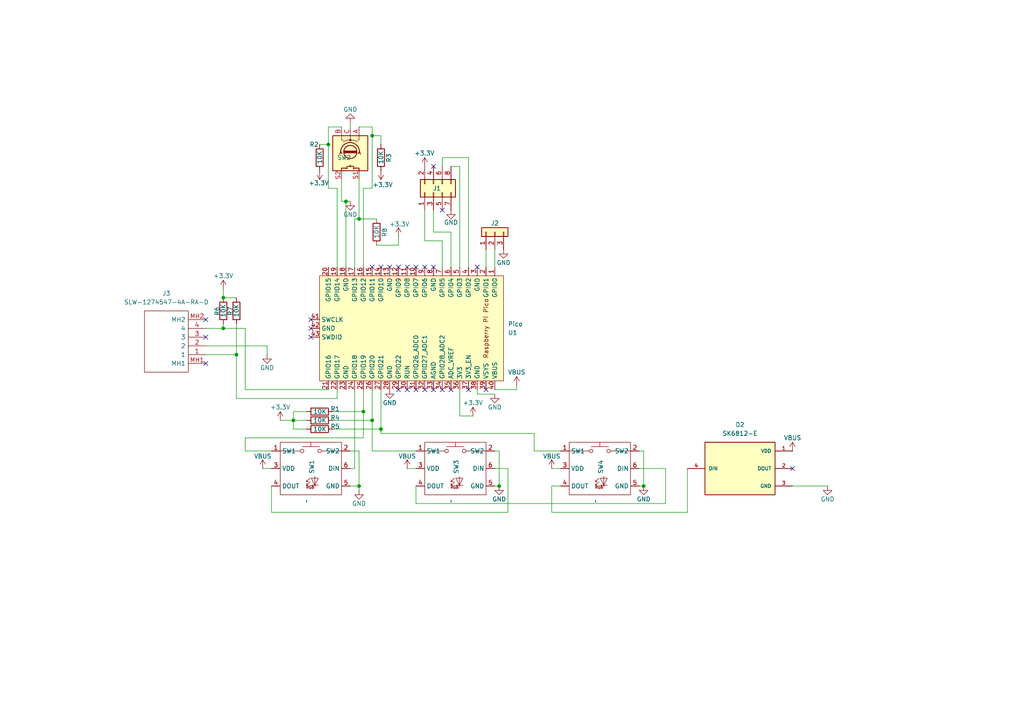
<source format=kicad_sch>
(kicad_sch (version 20250114) (generator "eeschema") (generator_version "9.0")
  (paper "A4")
  (lib_symbols
    (symbol "Connector_Generic:Conn_01x03" (pin_names (offset 1.016) (hide yes))
      (property "Reference" "J" (at 0 5.08 0))
      (property "Value" "Conn_01x03" (at 0 -5.08 0))
      (symbol "Conn_01x03_1_1"
        (rectangle (start -1.27 3.81) (end 1.27 -3.81) (stroke (width 0.254)) (fill (type background)))
        (rectangle (start -1.27 2.667) (end 0 2.413) (stroke (width 0.1524)))
        (rectangle (start -1.27 0.127) (end 0 -0.127) (stroke (width 0.1524)))
        (rectangle (start -1.27 -2.413) (end 0 -2.667) (stroke (width 0.1524)))
        (pin passive line (at -5.08 2.54 0) (length 3.81) (name "Pin_1") (number "1"))
        (pin passive line (at -5.08 0 0) (length 3.81) (name "Pin_2") (number "2"))
        (pin passive line (at -5.08 -2.54 0) (length 3.81) (name "Pin_3") (number "3"))
      )
    )
    (symbol "Connector_Generic:Conn_02x04_Odd_Even" (pin_names (offset 1.016) (hide yes))
      (property "Reference" "J" (at 1.27 5.08 0))
      (property "Value" "Conn_02x04_Odd_Even" (at 1.27 -7.62 0))
      (symbol "Conn_02x04_Odd_Even_1_1"
        (rectangle (start -1.27 3.81) (end 3.81 -6.35) (stroke (width 0.254)) (fill (type background)))
        (rectangle (start -1.27 2.667) (end 0 2.413) (stroke (width 0.1524)))
        (rectangle (start -1.27 0.127) (end 0 -0.127) (stroke (width 0.1524)))
        (rectangle (start -1.27 -2.413) (end 0 -2.667) (stroke (width 0.1524)))
        (rectangle (start -1.27 -4.953) (end 0 -5.207) (stroke (width 0.1524)))
        (rectangle (start 3.81 2.667) (end 2.54 2.413) (stroke (width 0.1524)))
        (rectangle (start 3.81 0.127) (end 2.54 -0.127) (stroke (width 0.1524)))
        (rectangle (start 3.81 -2.413) (end 2.54 -2.667) (stroke (width 0.1524)))
        (rectangle (start 3.81 -4.953) (end 2.54 -5.207) (stroke (width 0.1524)))
        (pin passive line (at -5.08 2.54 0) (length 3.81) (name "Pin_1") (number "1"))
        (pin passive line (at -5.08 0 0) (length 3.81) (name "Pin_3") (number "3"))
        (pin passive line (at -5.08 -2.54 0) (length 3.81) (name "Pin_5") (number "5"))
        (pin passive line (at -5.08 -5.08 0) (length 3.81) (name "Pin_7") (number "7"))
        (pin passive line (at 7.62 2.54 180) (length 3.81) (name "Pin_2") (number "2"))
        (pin passive line (at 7.62 0 180) (length 3.81) (name "Pin_4") (number "4"))
        (pin passive line (at 7.62 -2.54 180) (length 3.81) (name "Pin_6") (number "6"))
        (pin passive line (at 7.62 -5.08 180) (length 3.81) (name "Pin_8") (number "8"))
      )
    )
    (symbol "Device:R" (pin_numbers (hide yes)) (pin_names (offset 0))
      (property "Reference" "R" (at 2.032 0 90))
      (property "Value" "R" (at 0 0 90))
      (symbol "R_0_1"
        (rectangle (start -1.016 -2.54) (end 1.016 2.54) (stroke (width 0.254)))
      )
      (symbol "R_1_1"
        (pin passive line (at 0 3.81 270) (length 1.27) (name "~") (number "1"))
        (pin passive line (at 0 -3.81 90) (length 1.27) (name "~") (number "2"))
      )
    )
    (symbol "Device:RotaryEncoder_Switch" (pin_names (offset 0.254) (hide yes))
      (property "Reference" "SW" (at 0 6.604 0))
      (property "Value" "RotaryEncoder_Switch" (at 0 -6.604 0))
      (symbol "RotaryEncoder_Switch_0_1"
        (rectangle (start -5.08 5.08) (end 5.08 -5.08) (stroke (width 0.254)) (fill (type background)))
        (polyline (pts (xy -5.08 2.54) (xy -3.81 2.54) (xy -3.81 2.032)))
        (polyline (pts (xy -5.08 0) (xy -3.81 0) (xy -3.81 -1.016) (xy -3.302 -2.032)))
        (polyline (pts (xy -5.08 -2.54) (xy -3.81 -2.54) (xy -3.81 -2.032)))
        (polyline (pts (xy -4.318 0) (xy -3.81 0) (xy -3.81 1.016) (xy -3.302 2.032)))
        (circle (center -3.81 0) (radius 0.254) (fill (type outline)))
        (polyline (pts (xy -0.635 -1.778) (xy -0.635 1.778)) (stroke (width 0.254)))
        (circle (center -0.381 0) (radius 1.905) (stroke (width 0.254)))
        (polyline (pts (xy -0.381 -1.778) (xy -0.381 1.778)) (stroke (width 0.254)))
        (arc (start -0.381 -2.794) (mid -3.0988 -0.0635) (end -0.381 2.667) (stroke (width 0.254)))
        (polyline (pts (xy -0.127 1.778) (xy -0.127 -1.778)) (stroke (width 0.254)))
        (polyline (pts (xy 0.254 2.921) (xy -0.508 2.667) (xy 0.127 2.286)) (stroke (width 0.254)))
        (polyline (pts (xy 0.254 -3.048) (xy -0.508 -2.794) (xy 0.127 -2.413)) (stroke (width 0.254)))
        (polyline (pts (xy 3.81 1.016) (xy 3.81 -1.016)) (stroke (width 0.254)))
        (polyline (pts (xy 3.81 0) (xy 3.429 0)) (stroke (width 0.254)))
        (circle (center 4.318 1.016) (radius 0.127) (stroke (width 0.254)))
        (circle (center 4.318 -1.016) (radius 0.127) (stroke (width 0.254)))
        (polyline (pts (xy 5.08 2.54) (xy 4.318 2.54) (xy 4.318 1.016)) (stroke (width 0.254)))
        (polyline (pts (xy 5.08 -2.54) (xy 4.318 -2.54) (xy 4.318 -1.016)) (stroke (width 0.254)))
      )
      (symbol "RotaryEncoder_Switch_1_1"
        (pin passive line (at -7.62 2.54 0) (length 2.54) (name "A") (number "A"))
        (pin passive line (at -7.62 0 0) (length 2.54) (name "C") (number "C"))
        (pin passive line (at -7.62 -2.54 0) (length 2.54) (name "B") (number "B"))
        (pin passive line (at 7.62 2.54 180) (length 2.54) (name "S1") (number "S1"))
        (pin passive line (at 7.62 -2.54 180) (length 2.54) (name "S2") (number "S2"))
      )
    )
    (symbol "Led-Keysswitch:Switch_SK6812"
      (property "Reference" "SW" (at 0 0 0))
      (symbol "Switch_SK6812_0_0"
        (text "RGB" (at -0.254 -5.461 0) (effects (font (size 0.762 0.762))))
      )
      (symbol "Switch_SK6812_0_1"
        (rectangle (start -8.89 7.62) (end 8.89 -7.62))
        (polyline (pts (xy -3.175 5.08) (xy -8.89 5.08)))
        (circle (center -2.54 5.08) (radius 0.508))
        (polyline (pts (xy -1.27 -3.81) (xy -0.762 -3.81)))
        (polyline (pts (xy -1.27 -4.826) (xy -0.762 -4.826)))
        (polyline (pts (xy -0.254 -2.794) (xy -1.27 -3.81) (xy -1.27 -3.302)))
        (polyline (pts (xy -0.254 -3.81) (xy -1.27 -4.826) (xy -1.27 -4.318)))
        (polyline (pts (xy 0 7.62) (xy 0 6.35)))
        (polyline (pts (xy 1.143 -2.286) (xy 1.143 -4.826) (xy 1.143 -5.334)))
        (polyline (pts (xy 2.159 -2.794) (xy 0.127 -2.794) (xy 1.143 -4.826) (xy 2.159 -2.794)))
        (polyline (pts (xy 2.159 -4.826) (xy 0.127 -4.826)))
        (polyline (pts (xy 2.54 6.35) (xy -2.54 6.35)))
        (circle (center 2.54 5.08) (radius 0.508))
        (polyline (pts (xy 8.89 5.08) (xy 3.175 5.08)))
      )
      (symbol "Switch_SK6812_1_1"
        (pin input line (at -11.43 5.08 0) (length 2.54) (name "SW1") (number "1"))
        (pin power_in line (at -11.43 0 0) (length 2.54) (name "VDD") (number "3"))
        (pin output line (at -11.43 -5.08 0) (length 2.54) (name "DOUT") (number "4"))
        (pin input line (at 11.43 5.08 180) (length 2.54) (name "SW2") (number "2"))
        (pin input line (at 11.43 0 180) (length 2.54) (name "DIN") (number "6"))
        (pin power_in line (at 11.43 -5.08 180) (length 2.54) (name "GND") (number "5"))
      )
    )
    (symbol "MCU_RaspberryPi_and_Boards:Pico"
      (property "Reference" "U" (at -13.97 27.94 0))
      (property "Value" "Pico" (at 0 19.05 0))
      (symbol "Pico_0_0"
        (text "Raspberry Pi Pico" (at 0 21.59 0) (effects (font (size 1.27 1.27))))
      )
      (symbol "Pico_0_1"
        (rectangle (start -15.24 26.67) (end 15.24 -26.67) (fill (type background)))
      )
      (symbol "Pico_1_1"
        (pin bidirectional line (at -17.78 24.13 0) (length 2.54) (name "GPIO0") (number "1"))
        (pin bidirectional line (at -17.78 21.59 0) (length 2.54) (name "GPIO1") (number "2"))
        (pin power_in line (at -17.78 19.05 0) (length 2.54) (name "GND") (number "3"))
        (pin bidirectional line (at -17.78 16.51 0) (length 2.54) (name "GPIO2") (number "4"))
        (pin bidirectional line (at -17.78 13.97 0) (length 2.54) (name "GPIO3") (number "5"))
        (pin bidirectional line (at -17.78 11.43 0) (length 2.54) (name "GPIO4") (number "6"))
        (pin bidirectional line (at -17.78 8.89 0) (length 2.54) (name "GPIO5") (number "7"))
        (pin power_in line (at -17.78 6.35 0) (length 2.54) (name "GND") (number "8"))
        (pin bidirectional line (at -17.78 3.81 0) (length 2.54) (name "GPIO6") (number "9"))
        (pin bidirectional line (at -17.78 1.27 0) (length 2.54) (name "GPIO7") (number "10"))
        (pin bidirectional line (at -17.78 -1.27 0) (length 2.54) (name "GPIO8") (number "11"))
        (pin bidirectional line (at -17.78 -3.81 0) (length 2.54) (name "GPIO9") (number "12"))
        (pin power_in line (at -17.78 -6.35 0) (length 2.54) (name "GND") (number "13"))
        (pin bidirectional line (at -17.78 -8.89 0) (length 2.54) (name "GPIO10") (number "14"))
        (pin bidirectional line (at -17.78 -11.43 0) (length 2.54) (name "GPIO11") (number "15"))
        (pin bidirectional line (at -17.78 -13.97 0) (length 2.54) (name "GPIO12") (number "16"))
        (pin bidirectional line (at -17.78 -16.51 0) (length 2.54) (name "GPIO13") (number "17"))
        (pin power_in line (at -17.78 -19.05 0) (length 2.54) (name "GND") (number "18"))
        (pin bidirectional line (at -17.78 -21.59 0) (length 2.54) (name "GPIO14") (number "19"))
        (pin bidirectional line (at -17.78 -24.13 0) (length 2.54) (name "GPIO15") (number "20"))
        (pin input line (at -2.54 -29.21 90) (length 2.54) (name "SWCLK") (number "41"))
        (pin power_in line (at 0 -29.21 90) (length 2.54) (name "GND") (number "42"))
        (pin bidirectional line (at 2.54 -29.21 90) (length 2.54) (name "SWDIO") (number "43"))
        (pin power_in line (at 17.78 24.13 180) (length 2.54) (name "VBUS") (number "40"))
        (pin power_in line (at 17.78 21.59 180) (length 2.54) (name "VSYS") (number "39"))
        (pin bidirectional line (at 17.78 19.05 180) (length 2.54) (name "GND") (number "38"))
        (pin input line (at 17.78 16.51 180) (length 2.54) (name "3V3_EN") (number "37"))
        (pin power_in line (at 17.78 13.97 180) (length 2.54) (name "3V3") (number "36"))
        (pin power_in line (at 17.78 11.43 180) (length 2.54) (name "ADC_VREF") (number "35"))
        (pin bidirectional line (at 17.78 8.89 180) (length 2.54) (name "GPIO28_ADC2") (number "34"))
        (pin power_in line (at 17.78 6.35 180) (length 2.54) (name "AGND") (number "33"))
        (pin bidirectional line (at 17.78 3.81 180) (length 2.54) (name "GPIO27_ADC1") (number "32"))
        (pin bidirectional line (at 17.78 1.27 180) (length 2.54) (name "GPIO26_ADC0") (number "31"))
        (pin input line (at 17.78 -1.27 180) (length 2.54) (name "RUN") (number "30"))
        (pin bidirectional line (at 17.78 -3.81 180) (length 2.54) (name "GPIO22") (number "29"))
        (pin power_in line (at 17.78 -6.35 180) (length 2.54) (name "GND") (number "28"))
        (pin bidirectional line (at 17.78 -8.89 180) (length 2.54) (name "GPIO21") (number "27"))
        (pin bidirectional line (at 17.78 -11.43 180) (length 2.54) (name "GPIO20") (number "26"))
        (pin bidirectional line (at 17.78 -13.97 180) (length 2.54) (name "GPIO19") (number "25"))
        (pin bidirectional line (at 17.78 -16.51 180) (length 2.54) (name "GPIO18") (number "24"))
        (pin power_in line (at 17.78 -19.05 180) (length 2.54) (name "GND") (number "23"))
        (pin bidirectional line (at 17.78 -21.59 180) (length 2.54) (name "GPIO17") (number "22"))
        (pin bidirectional line (at 17.78 -24.13 180) (length 2.54) (name "GPIO16") (number "21"))
      )
    )
    (symbol "SK6812-E:SK6812-E" (pin_names (offset 1.016))
      (property "Reference" "D" (at -10.16 8.89 0))
      (property "Value" "SK6812-E" (at -10.16 -10.16 0))
      (symbol "SK6812-E_0_0"
        (rectangle (start -10.16 -7.62) (end 10.16 7.62) (stroke (width 0.254)) (fill (type background)))
        (pin input line (at -15.24 0 0) (length 5.08) (name "DIN") (number "4"))
        (pin power_in line (at 15.24 5.08 180) (length 5.08) (name "VDD") (number "1"))
        (pin output line (at 15.24 0 180) (length 5.08) (name "DOUT") (number "2"))
        (pin power_in line (at 15.24 -5.08 180) (length 5.08) (name "GND") (number "3"))
      )
    )
    (symbol "SLW-1274547-4A-RA-D:SLW-1274547-4A-RA-D" (pin_names (offset 0.762))
      (property "Reference" "J" (at 19.05 7.62 0))
      (property "Value" "SLW-1274547-4A-RA-D" (at 19.05 5.08 0))
      (symbol "SLW-1274547-4A-RA-D_0_0"
        (pin passive line (at 0 0 0) (length 5.08) (name "MH1") (number "MH1"))
        (pin passive line (at 0 -2.54 0) (length 5.08) (name "1") (number "1"))
        (pin passive line (at 0 -5.08 0) (length 5.08) (name "2") (number "2"))
        (pin passive line (at 0 -7.62 0) (length 5.08) (name "3") (number "3"))
        (pin passive line (at 0 -10.16 0) (length 5.08) (name "4") (number "4"))
        (pin passive line (at 0 -12.7 0) (length 5.08) (name "MH2") (number "MH2"))
      )
      (symbol "SLW-1274547-4A-RA-D_0_1"
        (polyline (pts (xy 5.08 2.54) (xy 17.78 2.54) (xy 17.78 -15.24) (xy 5.08 -15.24) (xy 5.08 2.54)) (stroke (width 0.1524)))
      )
    )
    (symbol "power:+3.3V" (power) (pin_numbers (hide yes)) (pin_names (offset 0) (hide yes))
      (property "Value" "+3.3V" (at 0 3.556 0))
      (symbol "+3.3V_0_1"
        (polyline (pts (xy -0.762 1.27) (xy 0 2.54)))
        (polyline (pts (xy 0 2.54) (xy 0.762 1.27)))
        (polyline (pts (xy 0 0) (xy 0 2.54)))
      )
      (symbol "+3.3V_1_1"
        (pin power_in line (at 0 0 90) (length 0) (name "~") (number "1"))
      )
    )
    (symbol "power:GND" (power) (pin_numbers (hide yes)) (pin_names (offset 0) (hide yes))
      (property "Value" "GND" (at 0 -3.81 0))
      (symbol "GND_0_1"
        (polyline (pts (xy 0 0) (xy 0 -1.27) (xy 1.27 -1.27) (xy 0 -2.54) (xy -1.27 -1.27) (xy 0 -1.27)))
      )
      (symbol "GND_1_1"
        (pin power_in line (at 0 0 270) (length 0) (name "~") (number "1"))
      )
    )
    (symbol "power:VBUS" (power) (pin_numbers (hide yes)) (pin_names (offset 0) (hide yes))
      (property "Value" "VBUS" (at 0 3.556 0))
      (symbol "VBUS_0_1"
        (polyline (pts (xy -0.762 1.27) (xy 0 2.54)))
        (polyline (pts (xy 0 2.54) (xy 0.762 1.27)))
        (polyline (pts (xy 0 0) (xy 0 2.54)))
      )
      (symbol "VBUS_1_1"
        (pin power_in line (at 0 0 90) (length 0) (name "~") (number "1"))
      )
    )
  )
  (junction (at 104.14 63.5))
  (junction (at 144.78 140.97))
  (junction (at 100.33 58.42))
  (junction (at 64.77 86.36))
  (junction (at 107.95 121.92))
  (junction (at 104.14 140.97))
  (junction (at 110.49 124.46))
  (junction (at 95.25 41.91))
  (junction (at 85.09 121.92))
  (junction (at 68.58 102.87))
  (junction (at 186.69 140.97))
  (junction (at 107.95 39.37))
  (junction (at 64.77 95.25))
  (junction (at 105.41 119.38))
  (no_connect (at 59.69 105.41))
  (no_connect (at 128.27 113.03))
  (no_connect (at 107.95 77.47))
  (no_connect (at 90.17 92.71))
  (no_connect (at 135.89 113.03))
  (no_connect (at 110.49 77.47))
  (no_connect (at 125.73 113.03))
  (no_connect (at 90.17 97.79))
  (no_connect (at 229.87 135.89))
  (no_connect (at 130.81 113.03))
  (no_connect (at 113.03 77.47))
  (no_connect (at 120.65 113.03))
  (no_connect (at 59.69 92.71))
  (no_connect (at 118.11 77.47))
  (no_connect (at 138.43 77.47))
  (no_connect (at 123.19 113.03))
  (no_connect (at 128.27 60.96))
  (no_connect (at 125.73 48.26))
  (no_connect (at 125.73 77.47))
  (no_connect (at 115.57 113.03))
  (no_connect (at 90.17 95.25))
  (no_connect (at 120.65 77.47))
  (no_connect (at 59.69 97.79))
  (no_connect (at 118.11 113.03))
  (no_connect (at 140.97 113.03))
  (no_connect (at 115.57 77.47))
  (no_connect (at 123.19 77.47))
  (bus_entry (at 77.47 269.24) (size 2.54 2.54))
  (wire (pts (xy 102.87 113.03) (xy 102.87 135.89)))
  (wire (pts (xy 68.58 93.98) (xy 68.58 102.87)))
  (wire (pts (xy 160.02 140.97) (xy 162.56 140.97)))
  (wire (pts (xy 137.16 120.65) (xy 133.35 120.65)))
  (wire (pts (xy 68.58 102.87) (xy 68.58 115.57)))
  (wire (pts (xy 64.77 95.25) (xy 59.69 95.25)))
  (wire (pts (xy 193.04 135.89) (xy 193.04 146.05)))
  (wire (pts (xy 120.65 146.05) (xy 193.04 146.05)))
  (wire (pts (xy 85.09 119.38) (xy 88.9 119.38)))
  (wire (pts (xy 110.49 39.37) (xy 107.95 39.37)))
  (wire (pts (xy 110.49 125.73) (xy 154.94 125.73)))
  (wire (pts (xy 68.58 102.87) (xy 59.69 102.87)))
  (wire (pts (xy 110.49 113.03) (xy 110.49 124.46)))
  (wire (pts (xy 101.6 140.97) (xy 104.14 140.97)))
  (wire (pts (xy 143.51 113.03) (xy 149.86 113.03)))
  (wire (pts (xy 95.25 54.61) (xy 97.79 54.61)))
  (wire (pts (xy 85.09 124.46) (xy 88.9 124.46)))
  (wire (pts (xy 109.22 71.12) (xy 115.57 71.12)))
  (wire (pts (xy 64.77 83.82) (xy 64.77 86.36)))
  (wire (pts (xy 147.32 135.89) (xy 143.51 135.89)))
  (wire (pts (xy 107.95 54.61) (xy 105.41 54.61)))
  (wire (pts (xy 107.95 54.61) (xy 107.95 39.37)))
  (wire (pts (xy 133.35 48.26) (xy 133.35 77.47)))
  (wire (pts (xy 95.25 36.83) (xy 95.25 41.91)))
  (wire (pts (xy 130.81 48.26) (xy 133.35 48.26)))
  (wire (pts (xy 100.33 77.47) (xy 100.33 58.42)))
  (wire (pts (xy 81.28 121.92) (xy 85.09 121.92)))
  (wire (pts (xy 102.87 63.5) (xy 102.87 77.47)))
  (wire (pts (xy 140.97 72.39) (xy 140.97 77.47)))
  (wire (pts (xy 95.25 41.91) (xy 92.71 41.91)))
  (wire (pts (xy 96.52 121.92) (xy 107.95 121.92)))
  (wire (pts (xy 160.02 148.59) (xy 160.02 140.97)))
  (wire (pts (xy 107.95 39.37) (xy 107.95 36.83)))
  (wire (pts (xy 130.81 77.47) (xy 130.81 67.31)))
  (wire (pts (xy 123.19 60.96) (xy 123.19 69.85)))
  (wire (pts (xy 105.41 54.61) (xy 105.41 77.47)))
  (wire (pts (xy 71.12 127) (xy 105.41 127)))
  (wire (pts (xy 186.69 140.97) (xy 185.42 140.97)))
  (wire (pts (xy 59.69 100.33) (xy 77.47 100.33)))
  (wire (pts (xy 101.6 130.81) (xy 104.14 130.81)))
  (wire (pts (xy 120.65 140.97) (xy 120.65 146.05)))
  (wire (pts (xy 64.77 95.25) (xy 71.12 95.25)))
  (wire (pts (xy 85.09 121.92) (xy 88.9 121.92)))
  (wire (pts (xy 123.19 69.85) (xy 128.27 69.85)))
  (wire (pts (xy 186.69 130.81) (xy 185.42 130.81)))
  (wire (pts (xy 101.6 36.83) (xy 101.6 35.56)))
  (wire (pts (xy 107.95 113.03) (xy 107.95 121.92)))
  (wire (pts (xy 125.73 67.31) (xy 125.73 60.96)))
  (wire (pts (xy 160.02 135.89) (xy 162.56 135.89)))
  (wire (pts (xy 77.47 102.87) (xy 77.47 100.33)))
  (wire (pts (xy 118.11 135.89) (xy 120.65 135.89)))
  (wire (pts (xy 199.39 148.59) (xy 199.39 135.89)))
  (wire (pts (xy 96.52 124.46) (xy 110.49 124.46)))
  (wire (pts (xy 71.12 113.03) (xy 95.25 113.03)))
  (wire (pts (xy 104.14 52.07) (xy 104.14 63.5)))
  (wire (pts (xy 71.12 130.81) (xy 78.74 130.81)))
  (wire (pts (xy 104.14 142.24) (xy 104.14 140.97)))
  (wire (pts (xy 85.09 121.92) (xy 85.09 124.46)))
  (wire (pts (xy 110.49 41.91) (xy 110.49 39.37)))
  (wire (pts (xy 107.95 130.81) (xy 120.65 130.81)))
  (wire (pts (xy 76.2 135.89) (xy 78.74 135.89)))
  (wire (pts (xy 107.95 36.83) (xy 104.14 36.83)))
  (wire (pts (xy 240.03 140.97) (xy 229.87 140.97)))
  (wire (pts (xy 104.14 63.5) (xy 102.87 63.5)))
  (wire (pts (xy 143.51 140.97) (xy 144.78 140.97)))
  (wire (pts (xy 99.06 36.83) (xy 95.25 36.83)))
  (wire (pts (xy 130.81 67.31) (xy 125.73 67.31)))
  (wire (pts (xy 96.52 119.38) (xy 105.41 119.38)))
  (wire (pts (xy 78.74 140.97) (xy 78.74 148.59)))
  (wire (pts (xy 105.41 119.38) (xy 105.41 127)))
  (wire (pts (xy 85.09 119.38) (xy 85.09 121.92)))
  (wire (pts (xy 95.25 41.91) (xy 95.25 54.61)))
  (wire (pts (xy 71.12 95.25) (xy 71.12 113.03)))
  (wire (pts (xy 115.57 71.12) (xy 115.57 68.58)))
  (wire (pts (xy 110.49 124.46) (xy 110.49 125.73)))
  (wire (pts (xy 71.12 130.81) (xy 71.12 127)))
  (wire (pts (xy 107.95 121.92) (xy 107.95 130.81)))
  (wire (pts (xy 102.87 135.89) (xy 101.6 135.89)))
  (wire (pts (xy 128.27 69.85) (xy 128.27 77.47)))
  (wire (pts (xy 78.74 148.59) (xy 147.32 148.59)))
  (wire (pts (xy 185.42 135.89) (xy 193.04 135.89)))
  (wire (pts (xy 133.35 120.65) (xy 133.35 113.03)))
  (wire (pts (xy 143.51 114.3) (xy 138.43 114.3)))
  (wire (pts (xy 138.43 114.3) (xy 138.43 113.03)))
  (wire (pts (xy 99.06 52.07) (xy 99.06 58.42)))
  (wire (pts (xy 186.69 130.81) (xy 186.69 140.97)))
  (wire (pts (xy 144.78 130.81) (xy 144.78 140.97)))
  (wire (pts (xy 160.02 148.59) (xy 199.39 148.59)))
  (wire (pts (xy 135.89 45.72) (xy 128.27 45.72)))
  (wire (pts (xy 147.32 148.59) (xy 147.32 135.89)))
  (wire (pts (xy 64.77 93.98) (xy 64.77 95.25)))
  (wire (pts (xy 105.41 113.03) (xy 105.41 119.38)))
  (wire (pts (xy 154.94 130.81) (xy 162.56 130.81)))
  (wire (pts (xy 104.14 63.5) (xy 109.22 63.5)))
  (wire (pts (xy 135.89 45.72) (xy 135.89 77.47)))
  (wire (pts (xy 149.86 113.03) (xy 149.86 111.76)))
  (wire (pts (xy 64.77 86.36) (xy 68.58 86.36)))
  (wire (pts (xy 99.06 58.42) (xy 100.33 58.42)))
  (wire (pts (xy 104.14 130.81) (xy 104.14 140.97)))
  (wire (pts (xy 128.27 45.72) (xy 128.27 48.26)))
  (wire (pts (xy 100.33 58.42) (xy 101.6 58.42)))
  (wire (pts (xy 143.51 72.39) (xy 143.51 77.47)))
  (wire (pts (xy 97.79 54.61) (xy 97.79 77.47)))
  (wire (pts (xy 144.78 130.81) (xy 143.51 130.81)))
  (wire (pts (xy 154.94 125.73) (xy 154.94 130.81)))
  (wire (pts (xy 97.79 115.57) (xy 97.79 113.03)))
  (wire (pts (xy 68.58 115.57) (xy 97.79 115.57)))
  (symbol (lib_id "power:+3.3V") (at 92.71 49.53 180) (unit 1)
    (property "Reference" "#PWR05" (effects (hide yes)))
    (property "Value" "+3.3V" (at 92.456 53.086 0))
    (property "Description" "Power symbol creates a global label with name \"+3.3V\"" (effects (hide yes)))
  )
  (symbol (lib_id "power:+3.3V") (at 123.19 48.26 0) (unit 1)
    (property "Reference" "#PWR012" (effects (hide yes)))
    (property "Value" "+3.3V" (at 120.142 44.45 0) (effects (justify left)))
    (property "Description" "Power symbol creates a global label with name \"+3.3V\"" (effects (hide yes)))
  )
  (symbol (lib_id "power:VBUS") (at 229.87 130.81 0) (unit 1)
    (property "Reference" "#PWR03" (effects (hide yes)))
    (property "Value" "VBUS" (at 229.87 127 0))
    (property "Description" "Power symbol creates a global label with name \"VBUS\"" (effects (hide yes)))
  )
  (symbol (lib_id "Device:R") (at 64.77 90.17 180) (unit 1)
    (property "Reference" "R6" (at 62.992 88.9 90) (effects (justify left)))
    (property "Value" "10K" (at 64.77 88.138 90) (effects (justify left)))
    (property "Footprint" "Resistor_SMD:R_0805_2012Metric_Pad1.20x1.40mm_HandSolder" (effects (hide yes)))
    (property "Description" "Resistor" (effects (hide yes)))
  )
  (symbol (lib_id "power:GND") (at 77.47 102.87 0) (unit 1)
    (property "Reference" "#PWR019" (effects (hide yes)))
    (property "Value" "GND" (at 77.47 106.68 0))
    (property "Description" "Power symbol creates a global label with name \"GND\" , ground" (effects (hide yes)))
  )
  (symbol (lib_id "power:VBUS") (at 76.2 135.89 0) (unit 1)
    (property "Reference" "#PWR02" (effects (hide yes)))
    (property "Value" "VBUS" (at 76.2 132.334 0))
    (property "Description" "Power symbol creates a global label with name \"VBUS\"" (effects (hide yes)))
  )
  (symbol (lib_id "Device:R") (at 109.22 67.31 180) (unit 1)
    (property "Reference" "R8" (at 111.506 66.04 90) (effects (justify left)))
    (property "Value" "10K" (at 109.22 65.278 90) (effects (justify left)))
    (property "Footprint" "Resistor_SMD:R_0805_2012Metric_Pad1.20x1.40mm_HandSolder" (effects (hide yes)))
    (property "Description" "Resistor" (effects (hide yes)))
  )
  (symbol (lib_id "power:+3.3V") (at 64.77 83.82 0) (unit 1)
    (property "Reference" "#PWR023" (effects (hide yes)))
    (property "Value" "+3.3V" (at 64.77 80.01 0))
    (property "Description" "Power symbol creates a global label with name \"+3.3V\"" (effects (hide yes)))
  )
  (symbol (lib_id "power:GND") (at 144.78 140.97 0) (unit 1)
    (property "Reference" "#PWR016" (effects (hide yes)))
    (property "Value" "GND" (at 144.78 144.78 0))
    (property "Description" "Power symbol creates a global label with name \"GND\" , ground" (effects (hide yes)))
  )
  (symbol (lib_id "power:+3.3V") (at 110.49 49.53 180) (unit 1)
    (property "Reference" "#PWR09" (effects (hide yes)))
    (property "Value" "+3.3V" (at 110.998 53.594 0))
    (property "Description" "Power symbol creates a global label with name \"+3.3V\"" (effects (hide yes)))
  )
  (symbol (lib_id "Led-Keysswitch:Switch_SK6812") (at 132.08 135.89 0) (unit 1)
    (property "Reference" "SW3" (at 132.334 133.35 90) (effects (justify right)))
    (property "Value" "~" (at 130.81 144.78 90) (effects (justify right)))
    (property "Footprint" "key-switches:Cherry_MX_SK6812_MINI_E" (effects (hide yes)))
  )
  (symbol (lib_id "power:GND") (at 113.03 113.03 0) (unit 1)
    (property "Reference" "#PWR010" (effects (hide yes)))
    (property "Value" "GND" (at 113.03 116.84 0))
    (property "Description" "Power symbol creates a global label with name \"GND\" , ground" (effects (hide yes)))
  )
  (symbol (lib_id "power:GND") (at 240.03 140.97 0) (mirror y) (unit 1)
    (property "Reference" "#PWR04" (effects (hide yes)))
    (property "Value" "GND" (at 240.03 144.78 0))
    (property "Description" "Power symbol creates a global label with name \"GND\" , ground" (effects (hide yes)))
  )
  (symbol (lib_id "power:+3.3V") (at 81.28 121.92 0) (unit 1)
    (property "Reference" "#PWR022" (effects (hide yes)))
    (property "Value" "+3.3V" (at 81.28 118.11 0))
    (property "Description" "Power symbol creates a global label with name \"+3.3V\"" (effects (hide yes)))
  )
  (symbol (lib_id "SLW-1274547-4A-RA-D:SLW-1274547-4A-RA-D") (at 59.69 105.41 180) (unit 1)
    (property "Reference" "J3" (at 48.26 85.09 0))
    (property "Value" "SLW-1274547-4A-RA-D" (at 48.26 87.63 0))
    (property "Footprint" "SLW12745474ARAD" (effects (hide yes)))
    (property "Datasheet" "https://www.sameskydevices.com/product/resource/supplyframepdf/slw-1274547-4a-ra-d.pdf" (effects (hide yes)))
    (property "Description" "12.7 x 4.5 x 4.7 mm, 4 mm Raised Slide Actuator, Right-Angle, Through Hole, Slide Switch" (effects (hide yes)))
    (property "Description_1" "12.7 x 4.5 x 4.7 mm, 4 mm Raised Slide Actuator, Right-Angle, Through Hole, Slide Switch" (effects (hide yes)))
    (property "Height" "4.9" (effects (hide yes)))
    (property "Mouser Part Number" "179-SLW12745474ARAD" (effects (hide yes)))
    (property "Mouser Price/Stock" "https://www.mouser.co.uk/ProductDetail/CUI-Devices/SLW-1274547-4A-RA-D?qs=1Kr7Jg1SGW9gMIB9Ur3YQA%3D%3D" (effects (hide yes)))
    (property "Manufacturer_Name" "Same Sky" (effects (hide yes)))
    (property "Manufacturer_Part_Number" "SLW-1274547-4A-RA-D" (effects (hide yes)))
  )
  (symbol (lib_id "Device:R") (at 92.71 119.38 90) (unit 1)
    (property "Reference" "R1" (at 98.552 118.618 90) (effects (justify left)))
    (property "Value" "10K" (at 94.742 119.38 90) (effects (justify left)))
    (property "Footprint" "Resistor_SMD:R_0805_2012Metric_Pad1.20x1.40mm_HandSolder" (effects (hide yes)))
    (property "Description" "Resistor" (effects (hide yes)))
  )
  (symbol (lib_id "power:GND") (at 101.6 35.56 180) (unit 1)
    (property "Reference" "#PWR06" (effects (hide yes)))
    (property "Value" "GND" (at 101.6 31.75 0))
    (property "Description" "Power symbol creates a global label with name \"GND\" , ground" (effects (hide yes)))
  )
  (symbol (lib_id "power:VBUS") (at 118.11 135.89 0) (unit 1)
    (property "Reference" "#PWR011" (effects (hide yes)))
    (property "Value" "VBUS" (at 118.11 132.334 0))
    (property "Description" "Power symbol creates a global label with name \"VBUS\"" (effects (hide yes)))
  )
  (symbol (lib_id "Device:R") (at 110.49 45.72 180) (unit 1)
    (property "Reference" "R3" (at 112.776 44.45 90) (effects (justify left)))
    (property "Value" "10K" (at 110.49 43.688 90) (effects (justify left)))
    (property "Footprint" "Resistor_SMD:R_0805_2012Metric_Pad1.20x1.40mm_HandSolder" (effects (hide yes)))
    (property "Description" "Resistor" (effects (hide yes)))
  )
  (symbol (lib_id "power:+3.3V") (at 115.57 68.58 0) (unit 1)
    (property "Reference" "#PWR08" (effects (hide yes)))
    (property "Value" "+3.3V" (at 115.824 65.024 0))
    (property "Description" "Power symbol creates a global label with name \"+3.3V\"" (effects (hide yes)))
  )
  (symbol (lib_id "Connector_Generic:Conn_02x04_Odd_Even") (at 125.73 55.88 90) (unit 1)
    (property "Reference" "J1" (at 126.746 54.61 90))
    (property "Value" "Conn_02x04_Odd_Even" (effects (hide yes)))
    (property "Footprint" "Connector_IDC:IDC-Header_2x04_P2.54mm_Horizontal" (effects (hide yes)))
    (property "Description" "Generic connector, double row, 02x04, odd/even pin numbering scheme (row 1 odd numbers, row 2 even numbers), script generated (kicad-library-utils/schlib/autogen/connector/)" (effects (hide yes)))
  )
  (symbol (lib_id "Led-Keysswitch:Switch_SK6812") (at 173.99 135.89 0) (unit 1)
    (property "Reference" "SW4" (at 174.244 133.35 90) (effects (justify right)))
    (property "Value" "~" (at 172.72 144.78 90) (effects (justify right)))
    (property "Footprint" "key-switches:Cherry_MX_SK6812_MINI_E" (effects (hide yes)))
  )
  (symbol (lib_id "Device:R") (at 92.71 45.72 180) (unit 1)
    (property "Reference" "R2" (at 92.456 41.91 0) (effects (justify left)))
    (property "Value" "10K" (at 92.71 43.688 90) (effects (justify left)))
    (property "Footprint" "Resistor_SMD:R_0805_2012Metric_Pad1.20x1.40mm_HandSolder" (effects (hide yes)))
    (property "Description" "Resistor" (effects (hide yes)))
  )
  (symbol (lib_id "power:GND") (at 143.51 114.3 0) (unit 1)
    (property "Reference" "#PWR015" (effects (hide yes)))
    (property "Value" "GND" (at 143.51 118.11 0))
    (property "Description" "Power symbol creates a global label with name \"GND\" , ground" (effects (hide yes)))
  )
  (symbol (lib_id "Device:R") (at 92.71 121.92 90) (unit 1)
    (property "Reference" "R4" (at 98.552 121.158 90) (effects (justify left)))
    (property "Value" "10K" (at 94.742 121.92 90) (effects (justify left)))
    (property "Footprint" "Resistor_SMD:R_0805_2012Metric_Pad1.20x1.40mm_HandSolder" (effects (hide yes)))
    (property "Description" "Resistor" (effects (hide yes)))
  )
  (symbol (lib_id "Connector_Generic:Conn_01x03") (at 143.51 67.31 90) (unit 1)
    (property "Reference" "J2" (at 143.51 64.77 90))
    (property "Value" "Conn_01x03" (effects (hide yes)))
    (property "Footprint" "Connector_PinHeader_2.54mm:PinHeader_1x03_P2.54mm_Horizontal" (effects (hide yes)))
    (property "Description" "Generic connector, single row, 01x03, script generated (kicad-library-utils/schlib/autogen/connector/)" (effects (hide yes)))
  )
  (symbol (lib_id "power:GND") (at 101.6 58.42 0) (unit 1)
    (property "Reference" "#PWR01" (effects (hide yes)))
    (property "Value" "GND" (at 101.6 62.23 0))
    (property "Description" "Power symbol creates a global label with name \"GND\" , ground" (effects (hide yes)))
  )
  (symbol (lib_id "power:VBUS") (at 149.86 111.76 0) (unit 1)
    (property "Reference" "#PWR018" (effects (hide yes)))
    (property "Value" "VBUS" (at 149.86 107.95 0))
    (property "Description" "Power symbol creates a global label with name \"VBUS\"" (effects (hide yes)))
  )
  (symbol (lib_id "power:VBUS") (at 160.02 135.89 0) (unit 1)
    (property "Reference" "#PWR020" (effects (hide yes)))
    (property "Value" "VBUS" (at 160.02 132.334 0))
    (property "Description" "Power symbol creates a global label with name \"VBUS\"" (effects (hide yes)))
  )
  (symbol (lib_id "power:GND") (at 186.69 140.97 0) (unit 1)
    (property "Reference" "#PWR021" (effects (hide yes)))
    (property "Value" "GND" (at 186.69 144.78 0))
    (property "Description" "Power symbol creates a global label with name \"GND\" , ground" (effects (hide yes)))
  )
  (symbol (lib_id "power:GND") (at 146.05 72.39 0) (unit 1)
    (property "Reference" "#PWR017" (effects (hide yes)))
    (property "Value" "GND" (at 146.05 76.2 0))
    (property "Description" "Power symbol creates a global label with name \"GND\" , ground" (effects (hide yes)))
  )
  (symbol (lib_id "Led-Keysswitch:Switch_SK6812") (at 90.17 135.89 0) (unit 1)
    (property "Reference" "SW1" (at 90.424 133.35 90) (effects (justify right)))
    (property "Value" "~" (at 88.9 144.78 90) (effects (justify right)))
    (property "Footprint" "key-switches:Cherry_MX_SK6812_MINI_E" (effects (hide yes)))
  )
  (symbol (lib_id "power:GND") (at 104.14 142.24 0) (unit 1)
    (property "Reference" "#PWR07" (effects (hide yes)))
    (property "Value" "GND" (at 104.14 146.05 0))
    (property "Description" "Power symbol creates a global label with name \"GND\" , ground" (effects (hide yes)))
  )
  (symbol (lib_id "Device:R") (at 92.71 124.46 90) (unit 1)
    (property "Reference" "R5" (at 98.552 123.698 90) (effects (justify left)))
    (property "Value" "10K" (at 94.742 124.46 90) (effects (justify left)))
    (property "Footprint" "Resistor_SMD:R_0805_2012Metric_Pad1.20x1.40mm_HandSolder" (effects (hide yes)))
    (property "Description" "Resistor" (effects (hide yes)))
  )
  (symbol (lib_id "MCU_RaspberryPi_and_Boards:Pico") (at 119.38 95.25 270) (unit 1)
    (property "Reference" "U1" (at 147.32 96.5201 90) (effects (justify left)))
    (property "Value" "Pico" (at 147.32 93.9801 90) (effects (justify left)))
    (property "Footprint" "MCU_RaspberryPi_and_Boards:RPi_Pico_SMD_HEADER" (effects (hide yes)))
  )
  (symbol (lib_id "power:GND") (at 130.81 60.96 0) (unit 1)
    (property "Reference" "#PWR013" (effects (hide yes)))
    (property "Value" "GND" (at 130.81 64.516 0))
    (property "Description" "Power symbol creates a global label with name \"GND\" , ground" (effects (hide yes)))
  )
  (symbol (lib_id "Device:R") (at 68.58 90.17 180) (unit 1)
    (property "Reference" "R7" (at 66.802 88.9 90) (effects (justify left)))
    (property "Value" "10K" (at 68.58 88.138 90) (effects (justify left)))
    (property "Footprint" "Resistor_SMD:R_0805_2012Metric_Pad1.20x1.40mm_HandSolder" (effects (hide yes)))
    (property "Description" "Resistor" (effects (hide yes)))
  )
  (symbol (lib_id "Device:RotaryEncoder_Switch") (at 101.6 44.45 270) (unit 1)
    (property "Reference" "SW2" (at 101.854 45.72 90) (effects (justify right)))
    (property "Value" "RotaryEncoder_Switch" (effects (hide yes)))
    (property "Footprint" "Rotary_Encoder:RotaryEncoder_Alps_EC11E-Switch_Vertical_H20mm" (effects (hide yes)))
    (property "Description" "Rotary encoder, dual channel, incremental quadrate outputs, with switch" (effects (hide yes)))
  )
  (symbol (lib_id "power:+3.3V") (at 137.16 120.65 0) (unit 1)
    (property "Reference" "#PWR014" (effects (hide yes)))
    (property "Value" "+3.3V" (at 137.16 116.84 0))
    (property "Description" "Power symbol creates a global label with name \"+3.3V\"" (effects (hide yes)))
  )
  (symbol (lib_id "SK6812-E:SK6812-E") (at 214.63 135.89 0) (unit 1)
    (property "Reference" "D2" (at 214.63 123.19 0))
    (property "Value" "SK6812-E" (at 214.63 125.73 0))
    (property "Footprint" "SK6812-E:LED_SK6812-E" (effects (hide yes)))
    (property "MF" "DONGGUANG OPSCO OPTOELECTRONICS CO., LTD" (effects (hide yes)))
    (property "MAXIMUM_PACKAGE_HEIGHT" "0.84mm" (effects (hide yes)))
    (property "Package" "Package" (effects (hide yes)))
    (property "Price" "None" (effects (hide yes)))
    (property "Check_prices" "https://www.snapeda.com/parts/SK6812-E/DONGGUANG+OPSCO+OPTOELECTRONICS+CO.%252C+LTD/view-part/?ref=eda" (effects (hide yes)))
    (property "STANDARD" "Manufacturer recommendations" (effects (hide yes)))
    (property "PARTREV" "2" (effects (hide yes)))
    (property "SnapEDA_Link" "https://www.snapeda.com/parts/SK6812-E/DONGGUANG+OPSCO+OPTOELECTRONICS+CO.%252C+LTD/view-part/?ref=snap" (effects (hide yes)))
    (property "MP" "SK6812-E" (effects (hide yes)))
    (property "Description_1" "SK6812MINI-E is a smart LED control circuit and light emitting circuit in one controlled LED source, which has the shape of a 3528  LED chip." (effects (hide yes)))
    (property "Availability" "Not in stock" (effects (hide yes)))
    (property "MANUFACTURER" "DONGGUANG OPSCO" (effects (hide yes)))
  )
)
</source>
